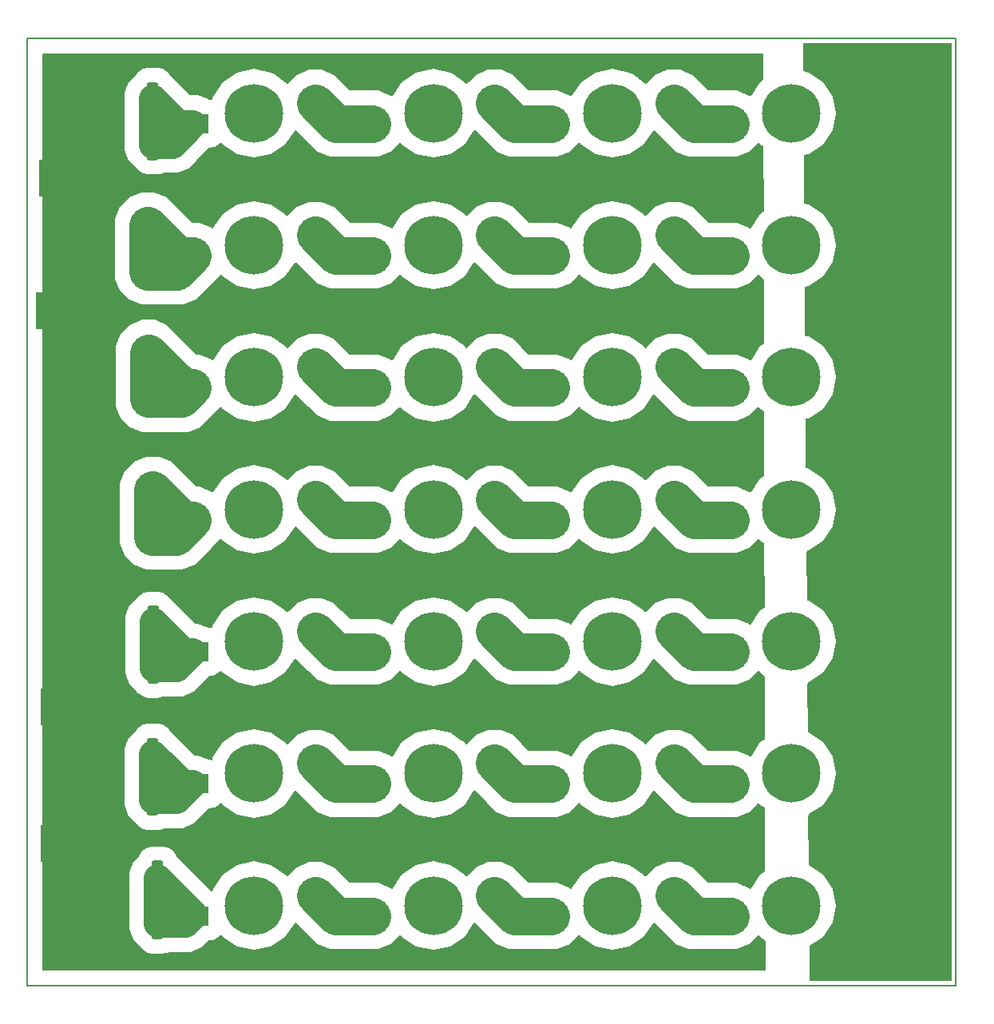
<source format=gbr>
%TF.GenerationSoftware,KiCad,Pcbnew,8.0.3*%
%TF.CreationDate,2024-07-01T01:52:39-03:00*%
%TF.ProjectId,led aqu_rio,6c656420-6171-475e-9172-696f2e6b6963,rev?*%
%TF.SameCoordinates,Original*%
%TF.FileFunction,Copper,L1,Top*%
%TF.FilePolarity,Positive*%
%FSLAX46Y46*%
G04 Gerber Fmt 4.6, Leading zero omitted, Abs format (unit mm)*
G04 Created by KiCad (PCBNEW 8.0.3) date 2024-07-01 01:52:39*
%MOMM*%
%LPD*%
G01*
G04 APERTURE LIST*
G04 Aperture macros list*
%AMRoundRect*
0 Rectangle with rounded corners*
0 $1 Rounding radius*
0 $2 $3 $4 $5 $6 $7 $8 $9 X,Y pos of 4 corners*
0 Add a 4 corners polygon primitive as box body*
4,1,4,$2,$3,$4,$5,$6,$7,$8,$9,$2,$3,0*
0 Add four circle primitives for the rounded corners*
1,1,$1+$1,$2,$3*
1,1,$1+$1,$4,$5*
1,1,$1+$1,$6,$7*
1,1,$1+$1,$8,$9*
0 Add four rect primitives between the rounded corners*
20,1,$1+$1,$2,$3,$4,$5,0*
20,1,$1+$1,$4,$5,$6,$7,0*
20,1,$1+$1,$6,$7,$8,$9,0*
20,1,$1+$1,$8,$9,$2,$3,0*%
G04 Aperture macros list end*
%TA.AperFunction,Conductor*%
%ADD10C,0.200000*%
%TD*%
%TA.AperFunction,SMDPad,CuDef*%
%ADD11RoundRect,0.250000X-0.362500X-1.425000X0.362500X-1.425000X0.362500X1.425000X-0.362500X1.425000X0*%
%TD*%
%TA.AperFunction,SMDPad,CuDef*%
%ADD12R,4.000000X4.000000*%
%TD*%
%TA.AperFunction,SMDPad,CuDef*%
%ADD13R,3.500000X2.100000*%
%TD*%
%TA.AperFunction,SMDPad,CuDef*%
%ADD14C,6.200000*%
%TD*%
%TA.AperFunction,Conductor*%
%ADD15C,4.000000*%
%TD*%
%TA.AperFunction,Conductor*%
%ADD16C,3.000000*%
%TD*%
G04 APERTURE END LIST*
%TO.N,+12V*%
D10*
X291160000Y-92140000D02*
X389620000Y-92140000D01*
X389620000Y-192610000D01*
X291160000Y-192610000D01*
X291160000Y-92140000D01*
%TD*%
D11*
%TO.P,R14,1*%
%TO.N,GND*%
X299037500Y-186000000D03*
%TO.P,R14,2*%
%TO.N,Net-(D25-K)*%
X304962500Y-186000000D03*
%TD*%
%TO.P,R13,1*%
%TO.N,GND*%
X299037500Y-181000000D03*
%TO.P,R13,2*%
%TO.N,Net-(D25-K)*%
X304962500Y-181000000D03*
%TD*%
%TO.P,R12,1*%
%TO.N,GND*%
X298537500Y-103390000D03*
%TO.P,R12,2*%
%TO.N,Net-(D4-K)*%
X304462500Y-103390000D03*
%TD*%
%TO.P,R11,1*%
%TO.N,GND*%
X298537500Y-98500000D03*
%TO.P,R11,2*%
%TO.N,Net-(D4-K)*%
X304462500Y-98500000D03*
%TD*%
%TO.P,R10,1*%
%TO.N,GND*%
X298000000Y-116890000D03*
%TO.P,R10,2*%
%TO.N,Net-(D5-K)*%
X303925000Y-116890000D03*
%TD*%
%TO.P,R9,1*%
%TO.N,GND*%
X298000000Y-112000000D03*
%TO.P,R9,2*%
%TO.N,Net-(D5-K)*%
X303925000Y-112000000D03*
%TD*%
%TO.P,R8,1*%
%TO.N,GND*%
X298075000Y-130390000D03*
%TO.P,R8,2*%
%TO.N,Net-(D9-K)*%
X304000000Y-130390000D03*
%TD*%
%TO.P,R7,1*%
%TO.N,GND*%
X298075000Y-125500000D03*
%TO.P,R7,2*%
%TO.N,Net-(D9-K)*%
X304000000Y-125500000D03*
%TD*%
%TO.P,R6,1*%
%TO.N,GND*%
X298537500Y-140000000D03*
%TO.P,R6,2*%
%TO.N,Net-(D13-K)*%
X304462500Y-140000000D03*
%TD*%
%TO.P,R5,1*%
%TO.N,GND*%
X298537500Y-145000000D03*
%TO.P,R5,2*%
%TO.N,Net-(D13-K)*%
X304462500Y-145000000D03*
%TD*%
%TO.P,R4,1*%
%TO.N,GND*%
X298575000Y-158890000D03*
%TO.P,R4,2*%
%TO.N,Net-(D17-K)*%
X304500000Y-158890000D03*
%TD*%
%TO.P,R3,1*%
%TO.N,GND*%
X298575000Y-154000000D03*
%TO.P,R3,2*%
%TO.N,Net-(D17-K)*%
X304500000Y-154000000D03*
%TD*%
%TO.P,R2,1*%
%TO.N,GND*%
X298537500Y-172890000D03*
%TO.P,R2,2*%
%TO.N,Net-(D21-K)*%
X304462500Y-172890000D03*
%TD*%
%TO.P,R1,1*%
%TO.N,GND*%
X298537500Y-168000000D03*
%TO.P,R1,2*%
%TO.N,Net-(D21-K)*%
X304462500Y-168000000D03*
%TD*%
D12*
%TO.P,J8,1,Pin_1*%
%TO.N,GND*%
X294370000Y-107000000D03*
%TD*%
D13*
%TO.P,D15,1,K*%
%TO.N,Net-(D14-A)*%
X346690000Y-143200000D03*
%TO.P,D15,2,A*%
%TO.N,Net-(D15-A)*%
X359690000Y-141000000D03*
D14*
%TO.P,D15,3*%
%TO.N,N/C*%
X353190000Y-142100000D03*
%TD*%
D13*
%TO.P,D6,1,K*%
%TO.N,Net-(D5-A)*%
X327690000Y-115200000D03*
%TO.P,D6,2,A*%
%TO.N,Net-(D6-A)*%
X340690000Y-113000000D03*
D14*
%TO.P,D6,3*%
%TO.N,N/C*%
X334190000Y-114100000D03*
%TD*%
D13*
%TO.P,D5,1,K*%
%TO.N,Net-(D5-K)*%
X308690000Y-115200000D03*
%TO.P,D5,2,A*%
%TO.N,Net-(D5-A)*%
X321690000Y-113000000D03*
D14*
%TO.P,D5,3*%
%TO.N,N/C*%
X315190000Y-114100000D03*
%TD*%
D13*
%TO.P,D12,1,K*%
%TO.N,Net-(D11-A)*%
X365690000Y-129200000D03*
%TO.P,D12,2,A*%
%TO.N,+12V*%
X378690000Y-127000000D03*
D14*
%TO.P,D12,3*%
%TO.N,N/C*%
X372190000Y-128100000D03*
%TD*%
D12*
%TO.P,J5,1,Pin_1*%
%TO.N,+12V*%
X385230000Y-108690000D03*
%TD*%
D13*
%TO.P,D16,1,K*%
%TO.N,Net-(D15-A)*%
X365690000Y-143200000D03*
%TO.P,D16,2,A*%
%TO.N,+12V*%
X378690000Y-141000000D03*
D14*
%TO.P,D16,3*%
%TO.N,N/C*%
X372190000Y-142100000D03*
%TD*%
D13*
%TO.P,D23,1,K*%
%TO.N,Net-(D22-A)*%
X346690000Y-171200000D03*
%TO.P,D23,2,A*%
%TO.N,Net-(D23-A)*%
X359690000Y-169000000D03*
D14*
%TO.P,D23,3*%
%TO.N,N/C*%
X353190000Y-170100000D03*
%TD*%
D13*
%TO.P,D3,1,K*%
%TO.N,Net-(D3-K)*%
X327690000Y-101200000D03*
%TO.P,D3,2,A*%
%TO.N,Net-(D2-K)*%
X340690000Y-99000000D03*
D14*
%TO.P,D3,3*%
%TO.N,N/C*%
X334190000Y-100100000D03*
%TD*%
D13*
%TO.P,D14,1,K*%
%TO.N,Net-(D13-A)*%
X327690000Y-143200000D03*
%TO.P,D14,2,A*%
%TO.N,Net-(D14-A)*%
X340690000Y-141000000D03*
D14*
%TO.P,D14,3*%
%TO.N,N/C*%
X334190000Y-142100000D03*
%TD*%
D13*
%TO.P,D10,1,K*%
%TO.N,Net-(D10-K)*%
X327690000Y-129200000D03*
%TO.P,D10,2,A*%
%TO.N,Net-(D10-A)*%
X340690000Y-127000000D03*
D14*
%TO.P,D10,3*%
%TO.N,N/C*%
X334190000Y-128100000D03*
%TD*%
D12*
%TO.P,J7,1,Pin_1*%
%TO.N,+12V*%
X385230000Y-102640000D03*
%TD*%
%TO.P,J2,1,Pin_1*%
%TO.N,+12V*%
X385410000Y-179110000D03*
%TD*%
D13*
%TO.P,D17,1,K*%
%TO.N,Net-(D17-K)*%
X308690000Y-157200000D03*
%TO.P,D17,2,A*%
%TO.N,Net-(D17-A)*%
X321690000Y-155000000D03*
D14*
%TO.P,D17,3*%
%TO.N,N/C*%
X315190000Y-156100000D03*
%TD*%
D12*
%TO.P,J3,1,Pin_1*%
%TO.N,+12V*%
X385350000Y-173120000D03*
%TD*%
D13*
%TO.P,D25,1,K*%
%TO.N,Net-(D25-K)*%
X308690000Y-185200000D03*
%TO.P,D25,2,A*%
%TO.N,Net-(D25-A)*%
X321690000Y-183000000D03*
D14*
%TO.P,D25,3*%
%TO.N,N/C*%
X315190000Y-184100000D03*
%TD*%
D13*
%TO.P,D2,1,K*%
%TO.N,Net-(D2-K)*%
X346690000Y-101200000D03*
%TO.P,D2,2,A*%
%TO.N,Net-(D1-K)*%
X359690000Y-99000000D03*
D14*
%TO.P,D2,3*%
%TO.N,N/C*%
X353190000Y-100100000D03*
%TD*%
D13*
%TO.P,D8,1,K*%
%TO.N,Net-(D7-A)*%
X365690000Y-115200000D03*
%TO.P,D8,2,A*%
%TO.N,+12V*%
X378690000Y-113000000D03*
D14*
%TO.P,D8,3*%
%TO.N,N/C*%
X372190000Y-114100000D03*
%TD*%
D12*
%TO.P,J4,1,Pin_1*%
%TO.N,GND*%
X294500000Y-177500000D03*
%TD*%
D13*
%TO.P,D18,1,K*%
%TO.N,Net-(D17-A)*%
X327690000Y-157200000D03*
%TO.P,D18,2,A*%
%TO.N,Net-(D18-A)*%
X340690000Y-155000000D03*
D14*
%TO.P,D18,3*%
%TO.N,N/C*%
X334190000Y-156100000D03*
%TD*%
D13*
%TO.P,D27,1,K*%
%TO.N,Net-(D26-A)*%
X346690000Y-185200000D03*
%TO.P,D27,2,A*%
%TO.N,Net-(D27-A)*%
X359690000Y-183000000D03*
D14*
%TO.P,D27,3*%
%TO.N,N/C*%
X353190000Y-184100000D03*
%TD*%
D13*
%TO.P,D19,1,K*%
%TO.N,Net-(D18-A)*%
X346690000Y-157200000D03*
%TO.P,D19,2,A*%
%TO.N,Net-(D19-A)*%
X359690000Y-155000000D03*
D14*
%TO.P,D19,3*%
%TO.N,N/C*%
X353190000Y-156100000D03*
%TD*%
D13*
%TO.P,D1,1,K*%
%TO.N,Net-(D1-K)*%
X365690000Y-101200000D03*
%TO.P,D1,2,A*%
%TO.N,+12V*%
X378690000Y-99000000D03*
D14*
%TO.P,D1,3*%
%TO.N,N/C*%
X372190000Y-100100000D03*
%TD*%
D13*
%TO.P,D9,1,K*%
%TO.N,Net-(D9-K)*%
X308690000Y-129200000D03*
%TO.P,D9,2,A*%
%TO.N,Net-(D10-K)*%
X321690000Y-127000000D03*
D14*
%TO.P,D9,3*%
%TO.N,N/C*%
X315190000Y-128100000D03*
%TD*%
D13*
%TO.P,D28,1,K*%
%TO.N,Net-(D27-A)*%
X365690000Y-185200000D03*
%TO.P,D28,2,A*%
%TO.N,+12V*%
X378690000Y-183000000D03*
D14*
%TO.P,D28,3*%
%TO.N,N/C*%
X372190000Y-184100000D03*
%TD*%
D13*
%TO.P,D7,1,K*%
%TO.N,Net-(D6-A)*%
X346690000Y-115200000D03*
%TO.P,D7,2,A*%
%TO.N,Net-(D7-A)*%
X359690000Y-113000000D03*
D14*
%TO.P,D7,3*%
%TO.N,N/C*%
X353190000Y-114100000D03*
%TD*%
D13*
%TO.P,D26,1,K*%
%TO.N,Net-(D25-A)*%
X327690000Y-185200000D03*
%TO.P,D26,2,A*%
%TO.N,Net-(D26-A)*%
X340690000Y-183000000D03*
D14*
%TO.P,D26,3*%
%TO.N,N/C*%
X334190000Y-184100000D03*
%TD*%
D13*
%TO.P,D22,1,K*%
%TO.N,Net-(D21-A)*%
X327690000Y-171200000D03*
%TO.P,D22,2,A*%
%TO.N,Net-(D22-A)*%
X340690000Y-169000000D03*
D14*
%TO.P,D22,3*%
%TO.N,N/C*%
X334190000Y-170100000D03*
%TD*%
D12*
%TO.P,J6,1,Pin_1*%
%TO.N,GND*%
X294500000Y-163000000D03*
%TD*%
D13*
%TO.P,D4,1,K*%
%TO.N,Net-(D4-K)*%
X308690000Y-101200000D03*
%TO.P,D4,2,A*%
%TO.N,Net-(D3-K)*%
X321690000Y-99000000D03*
D14*
%TO.P,D4,3*%
%TO.N,N/C*%
X315190000Y-100100000D03*
%TD*%
D13*
%TO.P,D21,1,K*%
%TO.N,Net-(D21-K)*%
X308690000Y-171200000D03*
%TO.P,D21,2,A*%
%TO.N,Net-(D21-A)*%
X321690000Y-169000000D03*
D14*
%TO.P,D21,3*%
%TO.N,N/C*%
X315190000Y-170100000D03*
%TD*%
D12*
%TO.P,J1,1,Pin_1*%
%TO.N,GND*%
X294000000Y-121000000D03*
%TD*%
D13*
%TO.P,D13,1,K*%
%TO.N,Net-(D13-K)*%
X308690000Y-143200000D03*
%TO.P,D13,2,A*%
%TO.N,Net-(D13-A)*%
X321690000Y-141000000D03*
D14*
%TO.P,D13,3*%
%TO.N,N/C*%
X315190000Y-142100000D03*
%TD*%
D13*
%TO.P,D20,1,K*%
%TO.N,Net-(D19-A)*%
X365690000Y-157200000D03*
%TO.P,D20,2,A*%
%TO.N,+12V*%
X378690000Y-155000000D03*
D14*
%TO.P,D20,3*%
%TO.N,N/C*%
X372190000Y-156100000D03*
%TD*%
D13*
%TO.P,D11,1,K*%
%TO.N,Net-(D10-A)*%
X346690000Y-129200000D03*
%TO.P,D11,2,A*%
%TO.N,Net-(D11-A)*%
X359690000Y-127000000D03*
D14*
%TO.P,D11,3*%
%TO.N,N/C*%
X353190000Y-128100000D03*
%TD*%
D13*
%TO.P,D24,1,K*%
%TO.N,Net-(D23-A)*%
X365690000Y-171200000D03*
%TO.P,D24,2,A*%
%TO.N,+12V*%
X378690000Y-169000000D03*
D14*
%TO.P,D24,3*%
%TO.N,N/C*%
X372190000Y-170100000D03*
%TD*%
D15*
%TO.N,Net-(D5-K)*%
X307000000Y-116890000D02*
X308690000Y-115200000D01*
X303925000Y-116890000D02*
X307000000Y-116890000D01*
X303925000Y-116890000D02*
X303925000Y-112000000D01*
X308690000Y-115200000D02*
X307125000Y-115200000D01*
X307125000Y-115200000D02*
X303925000Y-112000000D01*
%TO.N,Net-(D9-K)*%
X307500000Y-130390000D02*
X308690000Y-129200000D01*
X304000000Y-130390000D02*
X307500000Y-130390000D01*
X304000000Y-130390000D02*
X304000000Y-125500000D01*
X307700000Y-129200000D02*
X304000000Y-125500000D01*
X308690000Y-129200000D02*
X307700000Y-129200000D01*
%TO.N,Net-(D13-K)*%
X304462500Y-145000000D02*
X306890000Y-145000000D01*
X306890000Y-145000000D02*
X308690000Y-143200000D01*
X304462500Y-145000000D02*
X304462500Y-140000000D01*
X307662500Y-143200000D02*
X304462500Y-140000000D01*
X308690000Y-143200000D02*
X307662500Y-143200000D01*
D16*
%TO.N,Net-(D17-K)*%
X307000000Y-158890000D02*
X308690000Y-157200000D01*
X304500000Y-158890000D02*
X307000000Y-158890000D01*
X304500000Y-158890000D02*
X304500000Y-154000000D01*
X307700000Y-157200000D02*
X304500000Y-154000000D01*
X308690000Y-157200000D02*
X307700000Y-157200000D01*
%TO.N,Net-(D21-K)*%
X307000000Y-172890000D02*
X308690000Y-171200000D01*
X304462500Y-172890000D02*
X307000000Y-172890000D01*
X304462500Y-172890000D02*
X304462500Y-168000000D01*
X307662500Y-171200000D02*
X304462500Y-168000000D01*
X308690000Y-171200000D02*
X307662500Y-171200000D01*
%TO.N,Net-(D25-K)*%
X307890000Y-186000000D02*
X308690000Y-185200000D01*
X304962500Y-186000000D02*
X307890000Y-186000000D01*
X304962500Y-186000000D02*
X304962500Y-181123000D01*
X308690000Y-185200000D02*
X308690000Y-184850500D01*
X308690000Y-184850500D02*
X304962500Y-181123000D01*
%TO.N,Net-(D4-K)*%
X304462500Y-103390000D02*
X304462500Y-98500000D01*
X306500000Y-103390000D02*
X308690000Y-101200000D01*
X304462500Y-103390000D02*
X306500000Y-103390000D01*
X308690000Y-101200000D02*
X307162500Y-101200000D01*
X307162500Y-101200000D02*
X304462500Y-98500000D01*
D15*
%TO.N,Net-(D1-K)*%
X365690000Y-101200000D02*
X361890000Y-101200000D01*
X361890000Y-101200000D02*
X359690000Y-99000000D01*
%TO.N,Net-(D2-K)*%
X346690000Y-101200000D02*
X342890000Y-101200000D01*
X342890000Y-101200000D02*
X340690000Y-99000000D01*
%TO.N,Net-(D5-A)*%
X323890000Y-115200000D02*
X321690000Y-113000000D01*
X327690000Y-115200000D02*
X323890000Y-115200000D01*
%TO.N,Net-(D7-A)*%
X365690000Y-115200000D02*
X361890000Y-115200000D01*
X361890000Y-115200000D02*
X359690000Y-113000000D01*
%TO.N,Net-(D10-A)*%
X342890000Y-129200000D02*
X340690000Y-127000000D01*
X346690000Y-129200000D02*
X342890000Y-129200000D01*
%TO.N,Net-(D11-A)*%
X361890000Y-129200000D02*
X359690000Y-127000000D01*
X365690000Y-129200000D02*
X361890000Y-129200000D01*
%TO.N,Net-(D13-A)*%
X327690000Y-143200000D02*
X323890000Y-143200000D01*
X323890000Y-143200000D02*
X321690000Y-141000000D01*
%TO.N,Net-(D14-A)*%
X346690000Y-143200000D02*
X342890000Y-143200000D01*
X342890000Y-143200000D02*
X340690000Y-141000000D01*
%TO.N,Net-(D6-A)*%
X346690000Y-115200000D02*
X342890000Y-115200000D01*
X342890000Y-115200000D02*
X340690000Y-113000000D01*
%TO.N,Net-(D17-A)*%
X323890000Y-157200000D02*
X321690000Y-155000000D01*
X327690000Y-157200000D02*
X323890000Y-157200000D01*
%TO.N,Net-(D19-A)*%
X365690000Y-157200000D02*
X361890000Y-157200000D01*
X361890000Y-157200000D02*
X359690000Y-155000000D01*
%TO.N,Net-(D22-A)*%
X342890000Y-171200000D02*
X340690000Y-169000000D01*
X346690000Y-171200000D02*
X342890000Y-171200000D01*
%TO.N,Net-(D23-A)*%
X361890000Y-171200000D02*
X359690000Y-169000000D01*
X365690000Y-171200000D02*
X361890000Y-171200000D01*
%TO.N,Net-(D3-K)*%
X323890000Y-101200000D02*
X321690000Y-99000000D01*
X327690000Y-101200000D02*
X323890000Y-101200000D01*
%TO.N,Net-(D10-K)*%
X323890000Y-129200000D02*
X321690000Y-127000000D01*
X327690000Y-129200000D02*
X323890000Y-129200000D01*
%TO.N,Net-(D15-A)*%
X361890000Y-143200000D02*
X359690000Y-141000000D01*
X365690000Y-143200000D02*
X361890000Y-143200000D01*
%TO.N,Net-(D18-A)*%
X342890000Y-157200000D02*
X340690000Y-155000000D01*
X346690000Y-157200000D02*
X342890000Y-157200000D01*
%TO.N,Net-(D21-A)*%
X323890000Y-171200000D02*
X321690000Y-169000000D01*
X327690000Y-171200000D02*
X323890000Y-171200000D01*
%TO.N,Net-(D25-A)*%
X327690000Y-185200000D02*
X323890000Y-185200000D01*
X323890000Y-185200000D02*
X321690000Y-183000000D01*
%TO.N,Net-(D26-A)*%
X342890000Y-185200000D02*
X340690000Y-183000000D01*
X346690000Y-185200000D02*
X342890000Y-185200000D01*
%TO.N,Net-(D27-A)*%
X361890000Y-185200000D02*
X359690000Y-183000000D01*
X365690000Y-185200000D02*
X361890000Y-185200000D01*
%TD*%
%TA.AperFunction,Conductor*%
%TO.N,GND*%
G36*
X369170449Y-93776819D02*
G01*
X369206767Y-93864237D01*
X369210772Y-95766422D01*
X369212296Y-96490122D01*
X369176162Y-96577879D01*
X369157187Y-96593485D01*
X368873226Y-96783221D01*
X368873223Y-96783224D01*
X367895908Y-98245880D01*
X367816997Y-98298606D01*
X367723915Y-98280091D01*
X367705125Y-98264670D01*
X367672874Y-98232419D01*
X366386294Y-97699500D01*
X366386293Y-97699500D01*
X363391317Y-97699500D01*
X363303636Y-97663181D01*
X362556911Y-96916456D01*
X362541490Y-96897666D01*
X362521801Y-96868199D01*
X362521798Y-96868196D01*
X362492332Y-96848508D01*
X362473542Y-96833087D01*
X361672874Y-96032419D01*
X360386294Y-95499500D01*
X360386293Y-95499500D01*
X358993707Y-95499500D01*
X358993705Y-95499500D01*
X357707125Y-96032419D01*
X357707124Y-96032420D01*
X356906454Y-96833089D01*
X356887665Y-96848509D01*
X356858199Y-96868197D01*
X356838510Y-96897664D01*
X356823092Y-96916451D01*
X356793679Y-96945865D01*
X356705998Y-96982185D01*
X356618316Y-96945868D01*
X356602894Y-96927075D01*
X356506776Y-96783224D01*
X355362416Y-96018588D01*
X354985026Y-95766424D01*
X354985025Y-95766423D01*
X354985024Y-95766423D01*
X354985023Y-95766422D01*
X353190002Y-95409371D01*
X353189998Y-95409371D01*
X351394976Y-95766422D01*
X351394975Y-95766423D01*
X349873224Y-96783224D01*
X348895908Y-98245880D01*
X348816997Y-98298606D01*
X348723915Y-98280091D01*
X348705125Y-98264670D01*
X348672874Y-98232419D01*
X347386294Y-97699500D01*
X347386293Y-97699500D01*
X344391317Y-97699500D01*
X344303636Y-97663181D01*
X343556911Y-96916456D01*
X343541490Y-96897666D01*
X343521801Y-96868199D01*
X343521798Y-96868196D01*
X343492332Y-96848508D01*
X343473542Y-96833087D01*
X342672874Y-96032419D01*
X341386294Y-95499500D01*
X341386293Y-95499500D01*
X339993707Y-95499500D01*
X339993705Y-95499500D01*
X338707125Y-96032419D01*
X338707124Y-96032420D01*
X337906454Y-96833089D01*
X337887665Y-96848509D01*
X337858199Y-96868197D01*
X337838510Y-96897664D01*
X337823092Y-96916451D01*
X337793679Y-96945865D01*
X337705998Y-96982185D01*
X337618316Y-96945868D01*
X337602894Y-96927075D01*
X337506776Y-96783224D01*
X336362416Y-96018588D01*
X335985026Y-95766424D01*
X335985025Y-95766423D01*
X335985024Y-95766423D01*
X335985023Y-95766422D01*
X334190002Y-95409371D01*
X334189998Y-95409371D01*
X332394976Y-95766422D01*
X332394975Y-95766423D01*
X330873224Y-96783224D01*
X329895908Y-98245880D01*
X329816997Y-98298606D01*
X329723915Y-98280091D01*
X329705125Y-98264670D01*
X329672874Y-98232419D01*
X328386294Y-97699500D01*
X328386293Y-97699500D01*
X325391317Y-97699500D01*
X325303636Y-97663181D01*
X324556911Y-96916456D01*
X324541490Y-96897666D01*
X324521801Y-96868199D01*
X324521798Y-96868196D01*
X324492332Y-96848508D01*
X324473542Y-96833087D01*
X323672874Y-96032419D01*
X322386294Y-95499500D01*
X322386293Y-95499500D01*
X320993707Y-95499500D01*
X320993705Y-95499500D01*
X319707125Y-96032419D01*
X319707124Y-96032420D01*
X318906454Y-96833089D01*
X318887665Y-96848509D01*
X318858199Y-96868197D01*
X318838510Y-96897664D01*
X318823092Y-96916451D01*
X318793679Y-96945865D01*
X318705998Y-96982185D01*
X318618316Y-96945868D01*
X318602894Y-96927075D01*
X318506776Y-96783224D01*
X317362416Y-96018588D01*
X316985026Y-95766424D01*
X316985025Y-95766423D01*
X316985024Y-95766423D01*
X316985023Y-95766422D01*
X315190002Y-95409371D01*
X315189998Y-95409371D01*
X313394976Y-95766422D01*
X313394975Y-95766423D01*
X311873224Y-96783224D01*
X310856424Y-98304974D01*
X310856422Y-98304978D01*
X310804468Y-98566170D01*
X310751742Y-98645081D01*
X310658661Y-98663597D01*
X310620845Y-98656075D01*
X310587789Y-98649500D01*
X310587788Y-98649500D01*
X310397900Y-98649500D01*
X310350447Y-98640061D01*
X309286838Y-98199500D01*
X309286837Y-98199500D01*
X308456710Y-98199500D01*
X308369029Y-98163181D01*
X307023642Y-96817795D01*
X307023642Y-96817794D01*
X306233072Y-96027224D01*
X306217651Y-96008434D01*
X306087040Y-95812960D01*
X305508011Y-95426065D01*
X305508010Y-95426064D01*
X305508009Y-95426064D01*
X305508008Y-95426063D01*
X304997412Y-95324500D01*
X304997408Y-95324500D01*
X303927592Y-95324500D01*
X303927587Y-95324500D01*
X303416991Y-95426063D01*
X303416990Y-95426064D01*
X302837960Y-95812959D01*
X302837957Y-95812962D01*
X302707347Y-96008434D01*
X302691926Y-96027224D01*
X301918800Y-96800351D01*
X301918799Y-96800352D01*
X301462000Y-97903161D01*
X301462000Y-103986838D01*
X301918799Y-105089647D01*
X302691926Y-105862774D01*
X302707347Y-105881564D01*
X302837960Y-106077040D01*
X303416989Y-106463935D01*
X303416990Y-106463935D01*
X303416991Y-106463936D01*
X303927587Y-106565499D01*
X303927591Y-106565500D01*
X303927592Y-106565500D01*
X304997409Y-106565500D01*
X304997410Y-106565499D01*
X305169134Y-106531341D01*
X305508008Y-106463936D01*
X305508008Y-106463935D01*
X305508011Y-106463935D01*
X305586638Y-106411397D01*
X305655529Y-106390500D01*
X307096835Y-106390500D01*
X307096836Y-106390500D01*
X307096837Y-106390500D01*
X308199647Y-105933701D01*
X309043701Y-105089647D01*
X309043701Y-105089646D01*
X309061139Y-105072208D01*
X309061140Y-105072205D01*
X310346529Y-103786818D01*
X310434210Y-103750499D01*
X310587789Y-103750499D01*
X310587790Y-103750498D01*
X310743508Y-103719525D01*
X311025463Y-103663442D01*
X311025463Y-103663441D01*
X311025466Y-103663441D01*
X311521801Y-103331801D01*
X311566022Y-103265620D01*
X311644931Y-103212894D01*
X311738013Y-103231409D01*
X311772224Y-103265619D01*
X311873224Y-103416776D01*
X313394974Y-104433576D01*
X313394975Y-104433576D01*
X313394976Y-104433577D01*
X315189998Y-104790629D01*
X315190000Y-104790629D01*
X315190002Y-104790629D01*
X316985023Y-104433577D01*
X316985023Y-104433576D01*
X316985026Y-104433576D01*
X318506776Y-103416776D01*
X319484091Y-101954118D01*
X319563002Y-101901393D01*
X319656084Y-101919908D01*
X319674874Y-101935329D01*
X320922419Y-103182874D01*
X321907126Y-104167581D01*
X323193707Y-104700500D01*
X323193709Y-104700500D01*
X328386291Y-104700500D01*
X328386293Y-104700500D01*
X329672874Y-104167581D01*
X330473547Y-103366906D01*
X330492328Y-103351493D01*
X330521801Y-103331801D01*
X330541488Y-103302335D01*
X330556908Y-103283546D01*
X330586321Y-103254133D01*
X330674002Y-103217814D01*
X330761683Y-103254133D01*
X330777104Y-103272923D01*
X330823127Y-103341801D01*
X330873224Y-103416776D01*
X332394974Y-104433576D01*
X332394975Y-104433576D01*
X332394976Y-104433577D01*
X334189998Y-104790629D01*
X334190000Y-104790629D01*
X334190002Y-104790629D01*
X335985023Y-104433577D01*
X335985023Y-104433576D01*
X335985026Y-104433576D01*
X337506776Y-103416776D01*
X338484091Y-101954118D01*
X338563002Y-101901393D01*
X338656084Y-101919908D01*
X338674874Y-101935329D01*
X340907126Y-104167581D01*
X342193707Y-104700500D01*
X342193709Y-104700500D01*
X347386291Y-104700500D01*
X347386293Y-104700500D01*
X348672874Y-104167581D01*
X349473547Y-103366906D01*
X349492328Y-103351493D01*
X349521801Y-103331801D01*
X349541488Y-103302335D01*
X349556908Y-103283546D01*
X349586321Y-103254133D01*
X349674002Y-103217814D01*
X349761683Y-103254133D01*
X349777104Y-103272923D01*
X349823127Y-103341801D01*
X349873224Y-103416776D01*
X351394974Y-104433576D01*
X351394975Y-104433576D01*
X351394976Y-104433577D01*
X353189998Y-104790629D01*
X353190000Y-104790629D01*
X353190002Y-104790629D01*
X354985023Y-104433577D01*
X354985023Y-104433576D01*
X354985026Y-104433576D01*
X356506776Y-103416776D01*
X357484091Y-101954118D01*
X357563002Y-101901393D01*
X357656084Y-101919908D01*
X357674874Y-101935329D01*
X359907126Y-104167581D01*
X361193707Y-104700500D01*
X361193709Y-104700500D01*
X366386291Y-104700500D01*
X366386293Y-104700500D01*
X367672874Y-104167581D01*
X368473547Y-103366906D01*
X368492328Y-103351493D01*
X368521801Y-103331801D01*
X368541488Y-103302335D01*
X368556908Y-103283546D01*
X368586321Y-103254133D01*
X368674002Y-103217814D01*
X368761683Y-103254133D01*
X368777104Y-103272923D01*
X368823127Y-103341801D01*
X368873224Y-103416776D01*
X369172408Y-103616684D01*
X369225134Y-103695595D01*
X369227517Y-103719525D01*
X369241731Y-110470455D01*
X369205597Y-110558212D01*
X369186622Y-110573818D01*
X368873224Y-110783224D01*
X367895908Y-112245880D01*
X367816997Y-112298606D01*
X367723915Y-112280091D01*
X367705125Y-112264670D01*
X367672874Y-112232419D01*
X366386294Y-111699500D01*
X366386293Y-111699500D01*
X363391317Y-111699500D01*
X363303636Y-111663181D01*
X362556911Y-110916456D01*
X362541490Y-110897666D01*
X362521801Y-110868199D01*
X362521798Y-110868196D01*
X362492332Y-110848508D01*
X362473542Y-110833087D01*
X361672874Y-110032419D01*
X360386294Y-109499500D01*
X360386293Y-109499500D01*
X358993707Y-109499500D01*
X358993705Y-109499500D01*
X357707125Y-110032419D01*
X357707124Y-110032420D01*
X356906454Y-110833089D01*
X356887665Y-110848509D01*
X356858199Y-110868197D01*
X356838510Y-110897664D01*
X356823092Y-110916451D01*
X356793679Y-110945865D01*
X356705998Y-110982185D01*
X356618316Y-110945868D01*
X356602894Y-110927075D01*
X356506776Y-110783224D01*
X354985026Y-109766424D01*
X354985025Y-109766423D01*
X354985024Y-109766423D01*
X354985023Y-109766422D01*
X353190002Y-109409371D01*
X353189998Y-109409371D01*
X351394976Y-109766422D01*
X351394975Y-109766423D01*
X349873224Y-110783224D01*
X348895908Y-112245880D01*
X348816997Y-112298606D01*
X348723915Y-112280091D01*
X348705125Y-112264670D01*
X348672874Y-112232419D01*
X347386294Y-111699500D01*
X347386293Y-111699500D01*
X344391317Y-111699500D01*
X344303636Y-111663181D01*
X343556911Y-110916456D01*
X343541490Y-110897666D01*
X343521801Y-110868199D01*
X343521798Y-110868196D01*
X343492332Y-110848508D01*
X343473542Y-110833087D01*
X342672874Y-110032419D01*
X341386294Y-109499500D01*
X341386293Y-109499500D01*
X339993707Y-109499500D01*
X339993705Y-109499500D01*
X338707125Y-110032419D01*
X338707124Y-110032420D01*
X337906454Y-110833089D01*
X337887665Y-110848509D01*
X337858199Y-110868197D01*
X337838510Y-110897664D01*
X337823092Y-110916451D01*
X337793679Y-110945865D01*
X337705998Y-110982185D01*
X337618316Y-110945868D01*
X337602894Y-110927075D01*
X337506776Y-110783224D01*
X335985026Y-109766424D01*
X335985025Y-109766423D01*
X335985024Y-109766423D01*
X335985023Y-109766422D01*
X334190002Y-109409371D01*
X334189998Y-109409371D01*
X332394976Y-109766422D01*
X332394975Y-109766423D01*
X330873224Y-110783224D01*
X329895908Y-112245880D01*
X329816997Y-112298606D01*
X329723915Y-112280091D01*
X329705125Y-112264670D01*
X329672874Y-112232419D01*
X328386294Y-111699500D01*
X328386293Y-111699500D01*
X325391317Y-111699500D01*
X325303636Y-111663181D01*
X324556911Y-110916456D01*
X324541490Y-110897666D01*
X324521801Y-110868199D01*
X324521798Y-110868196D01*
X324492332Y-110848508D01*
X324473542Y-110833087D01*
X323672874Y-110032419D01*
X322386294Y-109499500D01*
X322386293Y-109499500D01*
X320993707Y-109499500D01*
X320993705Y-109499500D01*
X319707125Y-110032419D01*
X319707124Y-110032420D01*
X318906454Y-110833089D01*
X318887665Y-110848509D01*
X318858199Y-110868197D01*
X318838510Y-110897664D01*
X318823092Y-110916451D01*
X318793679Y-110945865D01*
X318705998Y-110982185D01*
X318618316Y-110945868D01*
X318602894Y-110927075D01*
X318506776Y-110783224D01*
X316985026Y-109766424D01*
X316985025Y-109766423D01*
X316985024Y-109766423D01*
X316985023Y-109766422D01*
X315190002Y-109409371D01*
X315189998Y-109409371D01*
X313394976Y-109766422D01*
X313394975Y-109766423D01*
X311873224Y-110783224D01*
X310895908Y-112245880D01*
X310816997Y-112298606D01*
X310723915Y-112280091D01*
X310705125Y-112264670D01*
X310672874Y-112232419D01*
X309386294Y-111699500D01*
X309386293Y-111699500D01*
X308626317Y-111699500D01*
X308538636Y-111663181D01*
X305907874Y-109032419D01*
X304621294Y-108499500D01*
X304621293Y-108499500D01*
X303228707Y-108499500D01*
X303228705Y-108499500D01*
X301942125Y-109032419D01*
X300957419Y-110017125D01*
X300424500Y-111303705D01*
X300424500Y-117586294D01*
X300477944Y-117715318D01*
X300957419Y-118872874D01*
X301942126Y-119857581D01*
X303228707Y-120390500D01*
X303228709Y-120390500D01*
X307696291Y-120390500D01*
X307696293Y-120390500D01*
X308982874Y-119857581D01*
X311473547Y-117366906D01*
X311492328Y-117351493D01*
X311521801Y-117331801D01*
X311541488Y-117302335D01*
X311556908Y-117283546D01*
X311586321Y-117254133D01*
X311674002Y-117217814D01*
X311761683Y-117254133D01*
X311777104Y-117272923D01*
X311823127Y-117341801D01*
X311873224Y-117416776D01*
X313394974Y-118433576D01*
X313394975Y-118433576D01*
X313394976Y-118433577D01*
X315189998Y-118790629D01*
X315190000Y-118790629D01*
X315190002Y-118790629D01*
X316985023Y-118433577D01*
X316985023Y-118433576D01*
X316985026Y-118433576D01*
X318506776Y-117416776D01*
X319484091Y-115954118D01*
X319563002Y-115901393D01*
X319656084Y-115919908D01*
X319674874Y-115935329D01*
X320922419Y-117182874D01*
X321907126Y-118167581D01*
X323193707Y-118700500D01*
X323193709Y-118700500D01*
X328386291Y-118700500D01*
X328386293Y-118700500D01*
X329672874Y-118167581D01*
X330473547Y-117366906D01*
X330492328Y-117351493D01*
X330521801Y-117331801D01*
X330541488Y-117302335D01*
X330556908Y-117283546D01*
X330586321Y-117254133D01*
X330674002Y-117217814D01*
X330761683Y-117254133D01*
X330777104Y-117272923D01*
X330823127Y-117341801D01*
X330873224Y-117416776D01*
X332394974Y-118433576D01*
X332394975Y-118433576D01*
X332394976Y-118433577D01*
X334189998Y-118790629D01*
X334190000Y-118790629D01*
X334190002Y-118790629D01*
X335985023Y-118433577D01*
X335985023Y-118433576D01*
X335985026Y-118433576D01*
X337506776Y-117416776D01*
X338484091Y-115954118D01*
X338563002Y-115901393D01*
X338656084Y-115919908D01*
X338674874Y-115935329D01*
X340907126Y-118167581D01*
X342193707Y-118700500D01*
X342193709Y-118700500D01*
X347386291Y-118700500D01*
X347386293Y-118700500D01*
X348672874Y-118167581D01*
X349473547Y-117366906D01*
X349492328Y-117351493D01*
X349521801Y-117331801D01*
X349541488Y-117302335D01*
X349556908Y-117283546D01*
X349586321Y-117254133D01*
X349674002Y-117217814D01*
X349761683Y-117254133D01*
X349777104Y-117272923D01*
X349823127Y-117341801D01*
X349873224Y-117416776D01*
X351394974Y-118433576D01*
X351394975Y-118433576D01*
X351394976Y-118433577D01*
X353189998Y-118790629D01*
X353190000Y-118790629D01*
X353190002Y-118790629D01*
X354985023Y-118433577D01*
X354985023Y-118433576D01*
X354985026Y-118433576D01*
X356506776Y-117416776D01*
X357484091Y-115954118D01*
X357563002Y-115901393D01*
X357656084Y-115919908D01*
X357674874Y-115935329D01*
X359907126Y-118167581D01*
X361193707Y-118700500D01*
X361193709Y-118700500D01*
X366386291Y-118700500D01*
X366386293Y-118700500D01*
X367672874Y-118167581D01*
X368473547Y-117366906D01*
X368492328Y-117351493D01*
X368521801Y-117331801D01*
X368541488Y-117302335D01*
X368556908Y-117283546D01*
X368586321Y-117254133D01*
X368674002Y-117217814D01*
X368761683Y-117254133D01*
X368777104Y-117272923D01*
X368823127Y-117341801D01*
X368873224Y-117416776D01*
X369201926Y-117636407D01*
X369254652Y-117715318D01*
X369257035Y-117739248D01*
X369271166Y-124450787D01*
X369235032Y-124538544D01*
X369216057Y-124554150D01*
X368873224Y-124783224D01*
X367895908Y-126245880D01*
X367816997Y-126298606D01*
X367723915Y-126280091D01*
X367705125Y-126264670D01*
X367672874Y-126232419D01*
X366386294Y-125699500D01*
X366386293Y-125699500D01*
X363391317Y-125699500D01*
X363303636Y-125663181D01*
X362556911Y-124916456D01*
X362541490Y-124897666D01*
X362521801Y-124868199D01*
X362521798Y-124868196D01*
X362492332Y-124848508D01*
X362473542Y-124833087D01*
X361672874Y-124032419D01*
X360386294Y-123499500D01*
X360386293Y-123499500D01*
X358993707Y-123499500D01*
X358993705Y-123499500D01*
X357707125Y-124032419D01*
X357707124Y-124032420D01*
X356906454Y-124833089D01*
X356887665Y-124848509D01*
X356858199Y-124868197D01*
X356838510Y-124897664D01*
X356823092Y-124916451D01*
X356793679Y-124945865D01*
X356705998Y-124982185D01*
X356618316Y-124945868D01*
X356602894Y-124927075D01*
X356506776Y-124783224D01*
X355383116Y-124032419D01*
X354985026Y-123766424D01*
X354985025Y-123766423D01*
X354985024Y-123766423D01*
X354985023Y-123766422D01*
X353190002Y-123409371D01*
X353189998Y-123409371D01*
X351394976Y-123766422D01*
X351394975Y-123766423D01*
X349873224Y-124783224D01*
X348895908Y-126245880D01*
X348816997Y-126298606D01*
X348723915Y-126280091D01*
X348705125Y-126264670D01*
X348672874Y-126232419D01*
X347386294Y-125699500D01*
X347386293Y-125699500D01*
X344391317Y-125699500D01*
X344303636Y-125663181D01*
X343556911Y-124916456D01*
X343541490Y-124897666D01*
X343521801Y-124868199D01*
X343521798Y-124868196D01*
X343492332Y-124848508D01*
X343473542Y-124833087D01*
X342672874Y-124032419D01*
X341386294Y-123499500D01*
X341386293Y-123499500D01*
X339993707Y-123499500D01*
X339993705Y-123499500D01*
X338707125Y-124032419D01*
X338707124Y-124032420D01*
X337906454Y-124833089D01*
X337887665Y-124848509D01*
X337858199Y-124868197D01*
X337838510Y-124897664D01*
X337823092Y-124916451D01*
X337793679Y-124945865D01*
X337705998Y-124982185D01*
X337618316Y-124945868D01*
X337602894Y-124927075D01*
X337506776Y-124783224D01*
X336383116Y-124032419D01*
X335985026Y-123766424D01*
X335985025Y-123766423D01*
X335985024Y-123766423D01*
X335985023Y-123766422D01*
X334190002Y-123409371D01*
X334189998Y-123409371D01*
X332394976Y-123766422D01*
X332394975Y-123766423D01*
X330873224Y-124783224D01*
X329895908Y-126245880D01*
X329816997Y-126298606D01*
X329723915Y-126280091D01*
X329705125Y-126264670D01*
X329672874Y-126232419D01*
X328386294Y-125699500D01*
X328386293Y-125699500D01*
X325391317Y-125699500D01*
X325303636Y-125663181D01*
X324556911Y-124916456D01*
X324541490Y-124897666D01*
X324521801Y-124868199D01*
X324521798Y-124868196D01*
X324492332Y-124848508D01*
X324473542Y-124833087D01*
X323672874Y-124032419D01*
X322386294Y-123499500D01*
X322386293Y-123499500D01*
X320993707Y-123499500D01*
X320993705Y-123499500D01*
X319707125Y-124032419D01*
X319707124Y-124032420D01*
X318906454Y-124833089D01*
X318887665Y-124848509D01*
X318858199Y-124868197D01*
X318838510Y-124897664D01*
X318823092Y-124916451D01*
X318793679Y-124945865D01*
X318705998Y-124982185D01*
X318618316Y-124945868D01*
X318602894Y-124927075D01*
X318506776Y-124783224D01*
X317383116Y-124032419D01*
X316985026Y-123766424D01*
X316985025Y-123766423D01*
X316985024Y-123766423D01*
X316985023Y-123766422D01*
X315190002Y-123409371D01*
X315189998Y-123409371D01*
X313394976Y-123766422D01*
X313394975Y-123766423D01*
X311873224Y-124783224D01*
X310895908Y-126245880D01*
X310816997Y-126298606D01*
X310723915Y-126280091D01*
X310705125Y-126264670D01*
X310672874Y-126232419D01*
X309386294Y-125699500D01*
X309386293Y-125699500D01*
X309201317Y-125699500D01*
X309113636Y-125663181D01*
X305982874Y-122532419D01*
X304696294Y-121999500D01*
X304696293Y-121999500D01*
X303303707Y-121999500D01*
X303303705Y-121999500D01*
X302017125Y-122532419D01*
X301032419Y-123517125D01*
X300499500Y-124803705D01*
X300499500Y-131086294D01*
X300636390Y-131416775D01*
X301032419Y-132372874D01*
X302017126Y-133357581D01*
X303303707Y-133890500D01*
X303303709Y-133890500D01*
X308196291Y-133890500D01*
X308196293Y-133890500D01*
X309482874Y-133357581D01*
X311473547Y-131366906D01*
X311492328Y-131351493D01*
X311521801Y-131331801D01*
X311541488Y-131302335D01*
X311556908Y-131283546D01*
X311586321Y-131254133D01*
X311674002Y-131217814D01*
X311761683Y-131254133D01*
X311777104Y-131272923D01*
X311823127Y-131341801D01*
X311873224Y-131416776D01*
X313394974Y-132433576D01*
X313394975Y-132433576D01*
X313394976Y-132433577D01*
X315189998Y-132790629D01*
X315190000Y-132790629D01*
X315190002Y-132790629D01*
X316985023Y-132433577D01*
X316985023Y-132433576D01*
X316985026Y-132433576D01*
X318506776Y-131416776D01*
X319484091Y-129954118D01*
X319563002Y-129901393D01*
X319656084Y-129919908D01*
X319674874Y-129935329D01*
X320922419Y-131182874D01*
X321907126Y-132167581D01*
X323193707Y-132700500D01*
X323193709Y-132700500D01*
X328386291Y-132700500D01*
X328386293Y-132700500D01*
X329672874Y-132167581D01*
X330473547Y-131366906D01*
X330492328Y-131351493D01*
X330521801Y-131331801D01*
X330541488Y-131302335D01*
X330556908Y-131283546D01*
X330586321Y-131254133D01*
X330674002Y-131217814D01*
X330761683Y-131254133D01*
X330777104Y-131272923D01*
X330823127Y-131341801D01*
X330873224Y-131416776D01*
X332394974Y-132433576D01*
X332394975Y-132433576D01*
X332394976Y-132433577D01*
X334189998Y-132790629D01*
X334190000Y-132790629D01*
X334190002Y-132790629D01*
X335985023Y-132433577D01*
X335985023Y-132433576D01*
X335985026Y-132433576D01*
X337506776Y-131416776D01*
X338484091Y-129954118D01*
X338563002Y-129901393D01*
X338656084Y-129919908D01*
X338674874Y-129935329D01*
X339922419Y-131182874D01*
X340907126Y-132167581D01*
X342193707Y-132700500D01*
X342193709Y-132700500D01*
X347386291Y-132700500D01*
X347386293Y-132700500D01*
X348672874Y-132167581D01*
X349473547Y-131366906D01*
X349492328Y-131351493D01*
X349521801Y-131331801D01*
X349541488Y-131302335D01*
X349556908Y-131283546D01*
X349586321Y-131254133D01*
X349674002Y-131217814D01*
X349761683Y-131254133D01*
X349777104Y-131272923D01*
X349823127Y-131341801D01*
X349873224Y-131416776D01*
X351394974Y-132433576D01*
X351394975Y-132433576D01*
X351394976Y-132433577D01*
X353189998Y-132790629D01*
X353190000Y-132790629D01*
X353190002Y-132790629D01*
X354985023Y-132433577D01*
X354985023Y-132433576D01*
X354985026Y-132433576D01*
X356506776Y-131416776D01*
X357484091Y-129954118D01*
X357563002Y-129901393D01*
X357656084Y-129919908D01*
X357674874Y-129935329D01*
X358922419Y-131182874D01*
X359907126Y-132167581D01*
X361193707Y-132700500D01*
X361193709Y-132700500D01*
X366386291Y-132700500D01*
X366386293Y-132700500D01*
X367672874Y-132167581D01*
X368473547Y-131366906D01*
X368492328Y-131351493D01*
X368521801Y-131331801D01*
X368541488Y-131302335D01*
X368556908Y-131283546D01*
X368586321Y-131254133D01*
X368674002Y-131217814D01*
X368761683Y-131254133D01*
X368777104Y-131272923D01*
X368823127Y-131341801D01*
X368873224Y-131416776D01*
X369231444Y-131656131D01*
X369284170Y-131735041D01*
X369286553Y-131758971D01*
X369300601Y-138431119D01*
X369264467Y-138518876D01*
X369245492Y-138534482D01*
X368873224Y-138783224D01*
X367895908Y-140245880D01*
X367816997Y-140298606D01*
X367723915Y-140280091D01*
X367705125Y-140264670D01*
X367672874Y-140232419D01*
X366386294Y-139699500D01*
X366386293Y-139699500D01*
X363391317Y-139699500D01*
X363303636Y-139663181D01*
X362556911Y-138916456D01*
X362541490Y-138897666D01*
X362521801Y-138868199D01*
X362521798Y-138868196D01*
X362492332Y-138848508D01*
X362473542Y-138833087D01*
X361672874Y-138032419D01*
X360386294Y-137499500D01*
X360386293Y-137499500D01*
X358993707Y-137499500D01*
X358993705Y-137499500D01*
X357707125Y-138032419D01*
X357707124Y-138032420D01*
X356906454Y-138833089D01*
X356887665Y-138848509D01*
X356858199Y-138868197D01*
X356838510Y-138897664D01*
X356823092Y-138916451D01*
X356793679Y-138945865D01*
X356705998Y-138982185D01*
X356618316Y-138945868D01*
X356602894Y-138927075D01*
X356506776Y-138783224D01*
X355360228Y-138017126D01*
X354985026Y-137766424D01*
X354985025Y-137766423D01*
X354985024Y-137766423D01*
X354985023Y-137766422D01*
X353190002Y-137409371D01*
X353189998Y-137409371D01*
X351394976Y-137766422D01*
X351394975Y-137766423D01*
X349873224Y-138783224D01*
X348895908Y-140245880D01*
X348816997Y-140298606D01*
X348723915Y-140280091D01*
X348705125Y-140264670D01*
X348672874Y-140232419D01*
X347386294Y-139699500D01*
X347386293Y-139699500D01*
X344391317Y-139699500D01*
X344303636Y-139663181D01*
X343556911Y-138916456D01*
X343541490Y-138897666D01*
X343521801Y-138868199D01*
X343521798Y-138868196D01*
X343492332Y-138848508D01*
X343473542Y-138833087D01*
X342672874Y-138032419D01*
X341386294Y-137499500D01*
X341386293Y-137499500D01*
X339993707Y-137499500D01*
X339993705Y-137499500D01*
X338707125Y-138032419D01*
X338707124Y-138032420D01*
X337906454Y-138833089D01*
X337887665Y-138848509D01*
X337858199Y-138868197D01*
X337838510Y-138897664D01*
X337823092Y-138916451D01*
X337793679Y-138945865D01*
X337705998Y-138982185D01*
X337618316Y-138945868D01*
X337602894Y-138927075D01*
X337506776Y-138783224D01*
X336360228Y-138017126D01*
X335985026Y-137766424D01*
X335985025Y-137766423D01*
X335985024Y-137766423D01*
X335985023Y-137766422D01*
X334190002Y-137409371D01*
X334189998Y-137409371D01*
X332394976Y-137766422D01*
X332394975Y-137766423D01*
X330873224Y-138783224D01*
X329895908Y-140245880D01*
X329816997Y-140298606D01*
X329723915Y-140280091D01*
X329705125Y-140264670D01*
X329672874Y-140232419D01*
X328386294Y-139699500D01*
X328386293Y-139699500D01*
X325391317Y-139699500D01*
X325303636Y-139663181D01*
X324556911Y-138916456D01*
X324541490Y-138897666D01*
X324521801Y-138868199D01*
X324521798Y-138868196D01*
X324492332Y-138848508D01*
X324473542Y-138833087D01*
X323672874Y-138032419D01*
X322386294Y-137499500D01*
X322386293Y-137499500D01*
X320993707Y-137499500D01*
X320993705Y-137499500D01*
X319707125Y-138032419D01*
X319707124Y-138032420D01*
X318906454Y-138833089D01*
X318887665Y-138848509D01*
X318858199Y-138868197D01*
X318838510Y-138897664D01*
X318823092Y-138916451D01*
X318793679Y-138945865D01*
X318705998Y-138982185D01*
X318618316Y-138945868D01*
X318602894Y-138927075D01*
X318506776Y-138783224D01*
X317360228Y-138017126D01*
X316985026Y-137766424D01*
X316985025Y-137766423D01*
X316985024Y-137766423D01*
X316985023Y-137766422D01*
X315190002Y-137409371D01*
X315189998Y-137409371D01*
X313394976Y-137766422D01*
X313394975Y-137766423D01*
X311873224Y-138783224D01*
X310895908Y-140245880D01*
X310816997Y-140298606D01*
X310723915Y-140280091D01*
X310705125Y-140264670D01*
X310672874Y-140232419D01*
X309386294Y-139699500D01*
X309386293Y-139699500D01*
X309163817Y-139699500D01*
X309076136Y-139663181D01*
X306445374Y-137032419D01*
X305158794Y-136499500D01*
X305158793Y-136499500D01*
X303766207Y-136499500D01*
X303766205Y-136499500D01*
X302479625Y-137032419D01*
X301494919Y-138017125D01*
X300962000Y-139303705D01*
X300962000Y-145696294D01*
X301494919Y-146982874D01*
X302479626Y-147967581D01*
X303766207Y-148500500D01*
X303766209Y-148500500D01*
X307586291Y-148500500D01*
X307586293Y-148500500D01*
X308872874Y-147967581D01*
X310655432Y-146185020D01*
X310655435Y-146185019D01*
X310672873Y-146167581D01*
X310672874Y-146167581D01*
X311473547Y-145366906D01*
X311492328Y-145351493D01*
X311521801Y-145331801D01*
X311541488Y-145302335D01*
X311556908Y-145283546D01*
X311586321Y-145254133D01*
X311674002Y-145217814D01*
X311761683Y-145254133D01*
X311777104Y-145272923D01*
X311823127Y-145341801D01*
X311873224Y-145416776D01*
X313394974Y-146433576D01*
X313394975Y-146433576D01*
X313394976Y-146433577D01*
X315189998Y-146790629D01*
X315190000Y-146790629D01*
X315190002Y-146790629D01*
X316985023Y-146433577D01*
X316985023Y-146433576D01*
X316985026Y-146433576D01*
X318506776Y-145416776D01*
X319484091Y-143954118D01*
X319563002Y-143901393D01*
X319656084Y-143919908D01*
X319674874Y-143935329D01*
X321907126Y-146167581D01*
X323193707Y-146700500D01*
X323193709Y-146700500D01*
X328386291Y-146700500D01*
X328386293Y-146700500D01*
X329672874Y-146167581D01*
X330473547Y-145366906D01*
X330492328Y-145351493D01*
X330521801Y-145331801D01*
X330541488Y-145302335D01*
X330556908Y-145283546D01*
X330586321Y-145254133D01*
X330674002Y-145217814D01*
X330761683Y-145254133D01*
X330777104Y-145272923D01*
X330823127Y-145341801D01*
X330873224Y-145416776D01*
X332394974Y-146433576D01*
X332394975Y-146433576D01*
X332394976Y-146433577D01*
X334189998Y-146790629D01*
X334190000Y-146790629D01*
X334190002Y-146790629D01*
X335985023Y-146433577D01*
X335985023Y-146433576D01*
X335985026Y-146433576D01*
X337506776Y-145416776D01*
X338484091Y-143954118D01*
X338563002Y-143901393D01*
X338656084Y-143919908D01*
X338674874Y-143935329D01*
X340907126Y-146167581D01*
X342193707Y-146700500D01*
X342193709Y-146700500D01*
X347386291Y-146700500D01*
X347386293Y-146700500D01*
X348672874Y-146167581D01*
X349473547Y-145366906D01*
X349492328Y-145351493D01*
X349521801Y-145331801D01*
X349541488Y-145302335D01*
X349556908Y-145283546D01*
X349586321Y-145254133D01*
X349674002Y-145217814D01*
X349761683Y-145254133D01*
X349777104Y-145272923D01*
X349823127Y-145341801D01*
X349873224Y-145416776D01*
X351394974Y-146433576D01*
X351394975Y-146433576D01*
X351394976Y-146433577D01*
X353189998Y-146790629D01*
X353190000Y-146790629D01*
X353190002Y-146790629D01*
X354985023Y-146433577D01*
X354985023Y-146433576D01*
X354985026Y-146433576D01*
X356506776Y-145416776D01*
X357484091Y-143954118D01*
X357563002Y-143901393D01*
X357656084Y-143919908D01*
X357674874Y-143935329D01*
X358922419Y-145182874D01*
X359907126Y-146167581D01*
X361193707Y-146700500D01*
X361193709Y-146700500D01*
X366386291Y-146700500D01*
X366386293Y-146700500D01*
X367672874Y-146167581D01*
X368473547Y-145366906D01*
X368492328Y-145351493D01*
X368521801Y-145331801D01*
X368541488Y-145302335D01*
X368556908Y-145283546D01*
X368586321Y-145254133D01*
X368674002Y-145217814D01*
X368761683Y-145254133D01*
X368777104Y-145272923D01*
X368823127Y-145341801D01*
X368873224Y-145416776D01*
X369260963Y-145675854D01*
X369313688Y-145754764D01*
X369316071Y-145778694D01*
X369330036Y-152411451D01*
X369293902Y-152499208D01*
X369274927Y-152514814D01*
X368873224Y-152783224D01*
X367895908Y-154245880D01*
X367816997Y-154298606D01*
X367723915Y-154280091D01*
X367705125Y-154264670D01*
X367672874Y-154232419D01*
X366386294Y-153699500D01*
X366386293Y-153699500D01*
X363391317Y-153699500D01*
X363303636Y-153663181D01*
X362556911Y-152916456D01*
X362541490Y-152897666D01*
X362521801Y-152868199D01*
X362521798Y-152868196D01*
X362492332Y-152848508D01*
X362473542Y-152833087D01*
X361672874Y-152032419D01*
X360386294Y-151499500D01*
X360386293Y-151499500D01*
X358993707Y-151499500D01*
X358993705Y-151499500D01*
X357707125Y-152032419D01*
X357707124Y-152032420D01*
X356906454Y-152833089D01*
X356887665Y-152848509D01*
X356858199Y-152868197D01*
X356838510Y-152897664D01*
X356823092Y-152916451D01*
X356793679Y-152945865D01*
X356705998Y-152982185D01*
X356618316Y-152945868D01*
X356602894Y-152927075D01*
X356506776Y-152783224D01*
X355950378Y-152411451D01*
X354985026Y-151766424D01*
X354985025Y-151766423D01*
X354985024Y-151766423D01*
X354985023Y-151766422D01*
X353190002Y-151409371D01*
X353189998Y-151409371D01*
X351394976Y-151766422D01*
X351394975Y-151766423D01*
X349873224Y-152783224D01*
X348895908Y-154245880D01*
X348816997Y-154298606D01*
X348723915Y-154280091D01*
X348705125Y-154264670D01*
X348672874Y-154232419D01*
X347386294Y-153699500D01*
X347386293Y-153699500D01*
X344391317Y-153699500D01*
X344303636Y-153663181D01*
X343556911Y-152916456D01*
X343541490Y-152897666D01*
X343521801Y-152868199D01*
X343521798Y-152868196D01*
X343492332Y-152848508D01*
X343473542Y-152833087D01*
X342672874Y-152032419D01*
X341386294Y-151499500D01*
X341386293Y-151499500D01*
X339993707Y-151499500D01*
X339993705Y-151499500D01*
X338707125Y-152032419D01*
X338707124Y-152032420D01*
X337906454Y-152833089D01*
X337887665Y-152848509D01*
X337858199Y-152868197D01*
X337838510Y-152897664D01*
X337823092Y-152916451D01*
X337793679Y-152945865D01*
X337705998Y-152982185D01*
X337618316Y-152945868D01*
X337602894Y-152927075D01*
X337506776Y-152783224D01*
X336950378Y-152411451D01*
X335985026Y-151766424D01*
X335985025Y-151766423D01*
X335985024Y-151766423D01*
X335985023Y-151766422D01*
X334190002Y-151409371D01*
X334189998Y-151409371D01*
X332394976Y-151766422D01*
X332394975Y-151766423D01*
X330873224Y-152783224D01*
X329895908Y-154245880D01*
X329816997Y-154298606D01*
X329723915Y-154280091D01*
X329705125Y-154264670D01*
X329672874Y-154232419D01*
X328386294Y-153699500D01*
X328386293Y-153699500D01*
X325391317Y-153699500D01*
X325303636Y-153663181D01*
X324556911Y-152916456D01*
X324541490Y-152897666D01*
X324521801Y-152868199D01*
X324521798Y-152868196D01*
X324492332Y-152848508D01*
X324473542Y-152833087D01*
X323672874Y-152032419D01*
X322386294Y-151499500D01*
X322386293Y-151499500D01*
X320993707Y-151499500D01*
X320993705Y-151499500D01*
X319707125Y-152032419D01*
X319707124Y-152032420D01*
X318906454Y-152833089D01*
X318887665Y-152848509D01*
X318858199Y-152868197D01*
X318838510Y-152897664D01*
X318823092Y-152916451D01*
X318793679Y-152945865D01*
X318705998Y-152982185D01*
X318618316Y-152945868D01*
X318602894Y-152927075D01*
X318506776Y-152783224D01*
X317950378Y-152411451D01*
X316985026Y-151766424D01*
X316985025Y-151766423D01*
X316985024Y-151766423D01*
X316985023Y-151766422D01*
X315190002Y-151409371D01*
X315189998Y-151409371D01*
X313394976Y-151766422D01*
X313394975Y-151766423D01*
X311873224Y-152783224D01*
X310856424Y-154304974D01*
X310856422Y-154304978D01*
X310804468Y-154566170D01*
X310751742Y-154645081D01*
X310658661Y-154663597D01*
X310620845Y-154656075D01*
X310587789Y-154649500D01*
X310587788Y-154649500D01*
X310397897Y-154649500D01*
X310350444Y-154640061D01*
X309286838Y-154199500D01*
X309286837Y-154199500D01*
X308994210Y-154199500D01*
X308906529Y-154163181D01*
X307061142Y-152317795D01*
X307061142Y-152317794D01*
X306270572Y-151527224D01*
X306255151Y-151508434D01*
X306124540Y-151312960D01*
X305545511Y-150926065D01*
X305545510Y-150926064D01*
X305545509Y-150926064D01*
X305545508Y-150926063D01*
X305034912Y-150824500D01*
X305034908Y-150824500D01*
X303965092Y-150824500D01*
X303965087Y-150824500D01*
X303454491Y-150926063D01*
X303454490Y-150926064D01*
X302875460Y-151312959D01*
X302875457Y-151312962D01*
X302744847Y-151508434D01*
X302729426Y-151527224D01*
X301956300Y-152300351D01*
X301956299Y-152300352D01*
X301499500Y-153403161D01*
X301499500Y-159486838D01*
X301956299Y-160589647D01*
X302729426Y-161362774D01*
X302744847Y-161381564D01*
X302875460Y-161577040D01*
X303454489Y-161963935D01*
X303454490Y-161963935D01*
X303454491Y-161963936D01*
X303965087Y-162065499D01*
X303965091Y-162065500D01*
X303965092Y-162065500D01*
X305034909Y-162065500D01*
X305034910Y-162065499D01*
X305206634Y-162031341D01*
X305545508Y-161963936D01*
X305545508Y-161963935D01*
X305545511Y-161963935D01*
X305624138Y-161911397D01*
X305693029Y-161890500D01*
X307596835Y-161890500D01*
X307596836Y-161890500D01*
X307596837Y-161890500D01*
X308699647Y-161433701D01*
X309543701Y-160589647D01*
X309543701Y-160589646D01*
X309561139Y-160572208D01*
X309561141Y-160572205D01*
X310346528Y-159786818D01*
X310434209Y-159750499D01*
X310587789Y-159750499D01*
X310587790Y-159750498D01*
X310863905Y-159695577D01*
X311025463Y-159663442D01*
X311025463Y-159663441D01*
X311025466Y-159663441D01*
X311521801Y-159331801D01*
X311566022Y-159265620D01*
X311644931Y-159212894D01*
X311738013Y-159231409D01*
X311772224Y-159265619D01*
X311873224Y-159416776D01*
X313394974Y-160433576D01*
X313394975Y-160433576D01*
X313394976Y-160433577D01*
X315189998Y-160790629D01*
X315190000Y-160790629D01*
X315190002Y-160790629D01*
X316985023Y-160433577D01*
X316985023Y-160433576D01*
X316985026Y-160433576D01*
X318506776Y-159416776D01*
X319484091Y-157954118D01*
X319563002Y-157901393D01*
X319656084Y-157919908D01*
X319674874Y-157935329D01*
X320922419Y-159182874D01*
X321907126Y-160167581D01*
X323193707Y-160700500D01*
X323193709Y-160700500D01*
X328386291Y-160700500D01*
X328386293Y-160700500D01*
X329672874Y-160167581D01*
X330473547Y-159366906D01*
X330492328Y-159351493D01*
X330521801Y-159331801D01*
X330541488Y-159302335D01*
X330556908Y-159283546D01*
X330586321Y-159254133D01*
X330674002Y-159217814D01*
X330761683Y-159254133D01*
X330777104Y-159272923D01*
X330823127Y-159341801D01*
X330873224Y-159416776D01*
X332394974Y-160433576D01*
X332394975Y-160433576D01*
X332394976Y-160433577D01*
X334189998Y-160790629D01*
X334190000Y-160790629D01*
X334190002Y-160790629D01*
X335985023Y-160433577D01*
X335985023Y-160433576D01*
X335985026Y-160433576D01*
X337506776Y-159416776D01*
X338484091Y-157954118D01*
X338563002Y-157901393D01*
X338656084Y-157919908D01*
X338674874Y-157935329D01*
X339922419Y-159182874D01*
X340907126Y-160167581D01*
X342193707Y-160700500D01*
X342193709Y-160700500D01*
X347386291Y-160700500D01*
X347386293Y-160700500D01*
X348672874Y-160167581D01*
X349473547Y-159366906D01*
X349492328Y-159351493D01*
X349521801Y-159331801D01*
X349541488Y-159302335D01*
X349556908Y-159283546D01*
X349586321Y-159254133D01*
X349674002Y-159217814D01*
X349761683Y-159254133D01*
X349777104Y-159272923D01*
X349823127Y-159341801D01*
X349873224Y-159416776D01*
X351394974Y-160433576D01*
X351394975Y-160433576D01*
X351394976Y-160433577D01*
X353189998Y-160790629D01*
X353190000Y-160790629D01*
X353190002Y-160790629D01*
X354985023Y-160433577D01*
X354985023Y-160433576D01*
X354985026Y-160433576D01*
X356506776Y-159416776D01*
X357484091Y-157954118D01*
X357563002Y-157901393D01*
X357656084Y-157919908D01*
X357674874Y-157935329D01*
X359907126Y-160167581D01*
X361193707Y-160700500D01*
X361193709Y-160700500D01*
X366386291Y-160700500D01*
X366386293Y-160700500D01*
X367672874Y-160167581D01*
X368473547Y-159366906D01*
X368492328Y-159351493D01*
X368521801Y-159331801D01*
X368541488Y-159302335D01*
X368556908Y-159283546D01*
X368586321Y-159254133D01*
X368674002Y-159217814D01*
X368761683Y-159254133D01*
X368777104Y-159272923D01*
X368823127Y-159341801D01*
X368873224Y-159416776D01*
X369290480Y-159695577D01*
X369343206Y-159774488D01*
X369345589Y-159798418D01*
X369359471Y-166391783D01*
X369323337Y-166479540D01*
X369304362Y-166495146D01*
X368873224Y-166783224D01*
X367895908Y-168245880D01*
X367816997Y-168298606D01*
X367723915Y-168280091D01*
X367705125Y-168264670D01*
X367672874Y-168232419D01*
X366386294Y-167699500D01*
X366386293Y-167699500D01*
X363391317Y-167699500D01*
X363303636Y-167663181D01*
X362556911Y-166916456D01*
X362541490Y-166897666D01*
X362521801Y-166868199D01*
X362521798Y-166868196D01*
X362492332Y-166848508D01*
X362473542Y-166833087D01*
X361672874Y-166032419D01*
X360386294Y-165499500D01*
X360386293Y-165499500D01*
X358993707Y-165499500D01*
X358993705Y-165499500D01*
X357707125Y-166032419D01*
X357707124Y-166032420D01*
X356906454Y-166833089D01*
X356887665Y-166848509D01*
X356858199Y-166868197D01*
X356838510Y-166897664D01*
X356823092Y-166916451D01*
X356793679Y-166945865D01*
X356705998Y-166982185D01*
X356618316Y-166945868D01*
X356602894Y-166927075D01*
X356506776Y-166783224D01*
X356052280Y-166479540D01*
X354985026Y-165766424D01*
X354985025Y-165766423D01*
X354985024Y-165766423D01*
X354985023Y-165766422D01*
X353190002Y-165409371D01*
X353189998Y-165409371D01*
X351394976Y-165766422D01*
X351394975Y-165766423D01*
X349873224Y-166783224D01*
X348895908Y-168245880D01*
X348816997Y-168298606D01*
X348723915Y-168280091D01*
X348705125Y-168264670D01*
X348672874Y-168232419D01*
X347386294Y-167699500D01*
X347386293Y-167699500D01*
X344391317Y-167699500D01*
X344303636Y-167663181D01*
X343556911Y-166916456D01*
X343541490Y-166897666D01*
X343521801Y-166868199D01*
X343521798Y-166868196D01*
X343492332Y-166848508D01*
X343473542Y-166833087D01*
X342672874Y-166032419D01*
X341386294Y-165499500D01*
X341386293Y-165499500D01*
X339993707Y-165499500D01*
X339993705Y-165499500D01*
X338707125Y-166032419D01*
X338707124Y-166032420D01*
X337906454Y-166833089D01*
X337887665Y-166848509D01*
X337858199Y-166868197D01*
X337838510Y-166897664D01*
X337823092Y-166916451D01*
X337793679Y-166945865D01*
X337705998Y-166982185D01*
X337618316Y-166945868D01*
X337602894Y-166927075D01*
X337506776Y-166783224D01*
X337052280Y-166479540D01*
X335985026Y-165766424D01*
X335985025Y-165766423D01*
X335985024Y-165766423D01*
X335985023Y-165766422D01*
X334190002Y-165409371D01*
X334189998Y-165409371D01*
X332394976Y-165766422D01*
X332394975Y-165766423D01*
X330873224Y-166783224D01*
X329895908Y-168245880D01*
X329816997Y-168298606D01*
X329723915Y-168280091D01*
X329705125Y-168264670D01*
X329672874Y-168232419D01*
X328386294Y-167699500D01*
X328386293Y-167699500D01*
X325391317Y-167699500D01*
X325303636Y-167663181D01*
X324556911Y-166916456D01*
X324541490Y-166897666D01*
X324521801Y-166868199D01*
X324521798Y-166868196D01*
X324492332Y-166848508D01*
X324473542Y-166833087D01*
X323672874Y-166032419D01*
X322386294Y-165499500D01*
X322386293Y-165499500D01*
X320993707Y-165499500D01*
X320993705Y-165499500D01*
X319707125Y-166032419D01*
X319707124Y-166032420D01*
X318906454Y-166833089D01*
X318887665Y-166848509D01*
X318858199Y-166868197D01*
X318838510Y-166897664D01*
X318823092Y-166916451D01*
X318793679Y-166945865D01*
X318705998Y-166982185D01*
X318618316Y-166945868D01*
X318602894Y-166927075D01*
X318506776Y-166783224D01*
X318052280Y-166479540D01*
X316985026Y-165766424D01*
X316985025Y-165766423D01*
X316985024Y-165766423D01*
X316985023Y-165766422D01*
X315190002Y-165409371D01*
X315189998Y-165409371D01*
X313394976Y-165766422D01*
X313394975Y-165766423D01*
X311873224Y-166783224D01*
X310856424Y-168304974D01*
X310856422Y-168304978D01*
X310804468Y-168566170D01*
X310751742Y-168645081D01*
X310658661Y-168663597D01*
X310620845Y-168656075D01*
X310587789Y-168649500D01*
X310587788Y-168649500D01*
X310397897Y-168649500D01*
X310350444Y-168640061D01*
X309286838Y-168199500D01*
X309286837Y-168199500D01*
X308956710Y-168199500D01*
X308869029Y-168163181D01*
X307023642Y-166317795D01*
X307023642Y-166317794D01*
X306233072Y-165527224D01*
X306217651Y-165508434D01*
X306087040Y-165312960D01*
X305508011Y-164926065D01*
X305508010Y-164926064D01*
X305508009Y-164926064D01*
X305508008Y-164926063D01*
X304997412Y-164824500D01*
X304997408Y-164824500D01*
X303927592Y-164824500D01*
X303927587Y-164824500D01*
X303416991Y-164926063D01*
X303416990Y-164926064D01*
X302837960Y-165312959D01*
X302837957Y-165312962D01*
X302707347Y-165508434D01*
X302691926Y-165527224D01*
X301918800Y-166300351D01*
X301918799Y-166300352D01*
X301462000Y-167403161D01*
X301462000Y-173486838D01*
X301918799Y-174589647D01*
X302691926Y-175362774D01*
X302707347Y-175381564D01*
X302837960Y-175577040D01*
X303416989Y-175963935D01*
X303416990Y-175963935D01*
X303416991Y-175963936D01*
X303927587Y-176065499D01*
X303927591Y-176065500D01*
X303927592Y-176065500D01*
X304997409Y-176065500D01*
X304997410Y-176065499D01*
X305169134Y-176031341D01*
X305508008Y-175963936D01*
X305508008Y-175963935D01*
X305508011Y-175963935D01*
X305586638Y-175911397D01*
X305655529Y-175890500D01*
X307596835Y-175890500D01*
X307596836Y-175890500D01*
X307596837Y-175890500D01*
X308699647Y-175433701D01*
X309543701Y-174589647D01*
X309543701Y-174589646D01*
X309561139Y-174572208D01*
X309561141Y-174572205D01*
X310346528Y-173786818D01*
X310434209Y-173750499D01*
X310587789Y-173750499D01*
X310587790Y-173750498D01*
X310764749Y-173715300D01*
X311025463Y-173663442D01*
X311025463Y-173663441D01*
X311025466Y-173663441D01*
X311521801Y-173331801D01*
X311566022Y-173265620D01*
X311644931Y-173212894D01*
X311738013Y-173231409D01*
X311772224Y-173265619D01*
X311873224Y-173416776D01*
X313394974Y-174433576D01*
X313394975Y-174433576D01*
X313394976Y-174433577D01*
X315189998Y-174790629D01*
X315190000Y-174790629D01*
X315190002Y-174790629D01*
X316985023Y-174433577D01*
X316985023Y-174433576D01*
X316985026Y-174433576D01*
X318506776Y-173416776D01*
X319484091Y-171954118D01*
X319563002Y-171901393D01*
X319656084Y-171919908D01*
X319674874Y-171935329D01*
X320922419Y-173182874D01*
X321907126Y-174167581D01*
X323193707Y-174700500D01*
X323193709Y-174700500D01*
X328386291Y-174700500D01*
X328386293Y-174700500D01*
X329672874Y-174167581D01*
X330473547Y-173366906D01*
X330492328Y-173351493D01*
X330521801Y-173331801D01*
X330541488Y-173302335D01*
X330556908Y-173283546D01*
X330586321Y-173254133D01*
X330674002Y-173217814D01*
X330761683Y-173254133D01*
X330777104Y-173272923D01*
X330823127Y-173341801D01*
X330873224Y-173416776D01*
X332394974Y-174433576D01*
X332394975Y-174433576D01*
X332394976Y-174433577D01*
X334189998Y-174790629D01*
X334190000Y-174790629D01*
X334190002Y-174790629D01*
X335985023Y-174433577D01*
X335985023Y-174433576D01*
X335985026Y-174433576D01*
X337506776Y-173416776D01*
X338484091Y-171954118D01*
X338563002Y-171901393D01*
X338656084Y-171919908D01*
X338674874Y-171935329D01*
X339922419Y-173182874D01*
X340907126Y-174167581D01*
X342193707Y-174700500D01*
X342193709Y-174700500D01*
X347386291Y-174700500D01*
X347386293Y-174700500D01*
X348672874Y-174167581D01*
X349473547Y-173366906D01*
X349492328Y-173351493D01*
X349521801Y-173331801D01*
X349541488Y-173302335D01*
X349556908Y-173283546D01*
X349586321Y-173254133D01*
X349674002Y-173217814D01*
X349761683Y-173254133D01*
X349777104Y-173272923D01*
X349823127Y-173341801D01*
X349873224Y-173416776D01*
X351394974Y-174433576D01*
X351394975Y-174433576D01*
X351394976Y-174433577D01*
X353189998Y-174790629D01*
X353190000Y-174790629D01*
X353190002Y-174790629D01*
X354985023Y-174433577D01*
X354985023Y-174433576D01*
X354985026Y-174433576D01*
X356506776Y-173416776D01*
X357484091Y-171954118D01*
X357563002Y-171901393D01*
X357656084Y-171919908D01*
X357674874Y-171935329D01*
X358922419Y-173182874D01*
X359907126Y-174167581D01*
X361193707Y-174700500D01*
X361193709Y-174700500D01*
X366386291Y-174700500D01*
X366386293Y-174700500D01*
X367672874Y-174167581D01*
X368473547Y-173366906D01*
X368492328Y-173351493D01*
X368521801Y-173331801D01*
X368541488Y-173302335D01*
X368556908Y-173283546D01*
X368586321Y-173254133D01*
X368674002Y-173217814D01*
X368761683Y-173254133D01*
X368777104Y-173272923D01*
X368823127Y-173341801D01*
X368873224Y-173416776D01*
X369319998Y-173715301D01*
X369372724Y-173794211D01*
X369375107Y-173818141D01*
X369388906Y-180372115D01*
X369352772Y-180459872D01*
X369333797Y-180475478D01*
X368873224Y-180783224D01*
X367895908Y-182245880D01*
X367816997Y-182298606D01*
X367723915Y-182280091D01*
X367705125Y-182264670D01*
X367672874Y-182232419D01*
X366386294Y-181699500D01*
X366386293Y-181699500D01*
X363391317Y-181699500D01*
X363303636Y-181663181D01*
X362556911Y-180916456D01*
X362541490Y-180897666D01*
X362521801Y-180868199D01*
X362521798Y-180868196D01*
X362492332Y-180848508D01*
X362473542Y-180833087D01*
X361672874Y-180032419D01*
X360386294Y-179499500D01*
X360386293Y-179499500D01*
X358993707Y-179499500D01*
X358993705Y-179499500D01*
X357707125Y-180032419D01*
X357707124Y-180032420D01*
X356906454Y-180833089D01*
X356887665Y-180848509D01*
X356858199Y-180868197D01*
X356838510Y-180897664D01*
X356823092Y-180916451D01*
X356793679Y-180945865D01*
X356705998Y-180982185D01*
X356618316Y-180945868D01*
X356602894Y-180927075D01*
X356506776Y-180783224D01*
X355383116Y-180032419D01*
X354985026Y-179766424D01*
X354985025Y-179766423D01*
X354985024Y-179766423D01*
X354985023Y-179766422D01*
X353190002Y-179409371D01*
X353189998Y-179409371D01*
X351394976Y-179766422D01*
X351394975Y-179766423D01*
X349873224Y-180783224D01*
X348895908Y-182245880D01*
X348816997Y-182298606D01*
X348723915Y-182280091D01*
X348705125Y-182264670D01*
X348672874Y-182232419D01*
X347386294Y-181699500D01*
X347386293Y-181699500D01*
X344391317Y-181699500D01*
X344303636Y-181663181D01*
X343556911Y-180916456D01*
X343541490Y-180897666D01*
X343521801Y-180868199D01*
X343521798Y-180868196D01*
X343492332Y-180848508D01*
X343473542Y-180833087D01*
X342672874Y-180032419D01*
X341386294Y-179499500D01*
X341386293Y-179499500D01*
X339993707Y-179499500D01*
X339993705Y-179499500D01*
X338707125Y-180032419D01*
X338707124Y-180032420D01*
X337906454Y-180833089D01*
X337887665Y-180848509D01*
X337858199Y-180868197D01*
X337838510Y-180897664D01*
X337823092Y-180916451D01*
X337793679Y-180945865D01*
X337705998Y-180982185D01*
X337618316Y-180945868D01*
X337602894Y-180927075D01*
X337506776Y-180783224D01*
X336383116Y-180032419D01*
X335985026Y-179766424D01*
X335985025Y-179766423D01*
X335985024Y-179766423D01*
X335985023Y-179766422D01*
X334190002Y-179409371D01*
X334189998Y-179409371D01*
X332394976Y-179766422D01*
X332394975Y-179766423D01*
X330873224Y-180783224D01*
X329895908Y-182245880D01*
X329816997Y-182298606D01*
X329723915Y-182280091D01*
X329705125Y-182264670D01*
X329672874Y-182232419D01*
X328386294Y-181699500D01*
X328386293Y-181699500D01*
X325391317Y-181699500D01*
X325303636Y-181663181D01*
X324556911Y-180916456D01*
X324541490Y-180897666D01*
X324521801Y-180868199D01*
X324521798Y-180868196D01*
X324492332Y-180848508D01*
X324473542Y-180833087D01*
X323672874Y-180032419D01*
X322386294Y-179499500D01*
X322386293Y-179499500D01*
X320993707Y-179499500D01*
X320993705Y-179499500D01*
X319707125Y-180032419D01*
X319707124Y-180032420D01*
X318906454Y-180833089D01*
X318887665Y-180848509D01*
X318858199Y-180868197D01*
X318838510Y-180897664D01*
X318823092Y-180916451D01*
X318793679Y-180945865D01*
X318705998Y-180982185D01*
X318618316Y-180945868D01*
X318602894Y-180927075D01*
X318506776Y-180783224D01*
X317383116Y-180032419D01*
X316985026Y-179766424D01*
X316985025Y-179766423D01*
X316985024Y-179766423D01*
X316985023Y-179766422D01*
X315190002Y-179409371D01*
X315189998Y-179409371D01*
X313394976Y-179766422D01*
X313394975Y-179766423D01*
X311873224Y-180783224D01*
X310856424Y-182304974D01*
X310856422Y-182304978D01*
X310823935Y-182468300D01*
X310771208Y-182547211D01*
X310678126Y-182565725D01*
X310614637Y-182531789D01*
X310382582Y-182299734D01*
X310382575Y-182299728D01*
X307523642Y-179440795D01*
X307523642Y-179440794D01*
X306980754Y-178897906D01*
X306965333Y-178879116D01*
X306587040Y-178312960D01*
X306008011Y-177926065D01*
X306008010Y-177926064D01*
X306008009Y-177926064D01*
X306008008Y-177926063D01*
X305497412Y-177824500D01*
X305497408Y-177824500D01*
X304427592Y-177824500D01*
X304427587Y-177824500D01*
X303916991Y-177926063D01*
X303916990Y-177926064D01*
X303337960Y-178312960D01*
X302959665Y-178879116D01*
X302944244Y-178897906D01*
X302418800Y-179423351D01*
X302418799Y-179423352D01*
X301962000Y-180526161D01*
X301962000Y-186596838D01*
X302418799Y-187699647D01*
X303191926Y-188472774D01*
X303207347Y-188491564D01*
X303337960Y-188687040D01*
X303916989Y-189073935D01*
X303916990Y-189073935D01*
X303916991Y-189073936D01*
X304427587Y-189175499D01*
X304427591Y-189175500D01*
X304427592Y-189175500D01*
X305497409Y-189175500D01*
X305497410Y-189175499D01*
X305669134Y-189141341D01*
X306008008Y-189073936D01*
X306008008Y-189073935D01*
X306008011Y-189073935D01*
X306086638Y-189021397D01*
X306155529Y-189000500D01*
X308486835Y-189000500D01*
X308486836Y-189000500D01*
X308486837Y-189000500D01*
X309589647Y-188543701D01*
X310346529Y-187786817D01*
X310434210Y-187750499D01*
X310587789Y-187750499D01*
X310587790Y-187750498D01*
X310734992Y-187721218D01*
X311025463Y-187663442D01*
X311025463Y-187663441D01*
X311025466Y-187663441D01*
X311521801Y-187331801D01*
X311566022Y-187265620D01*
X311644931Y-187212894D01*
X311738013Y-187231409D01*
X311772224Y-187265619D01*
X311873224Y-187416776D01*
X313394974Y-188433576D01*
X313394975Y-188433576D01*
X313394976Y-188433577D01*
X315189998Y-188790629D01*
X315190000Y-188790629D01*
X315190002Y-188790629D01*
X316985023Y-188433577D01*
X316985023Y-188433576D01*
X316985026Y-188433576D01*
X318506776Y-187416776D01*
X319484091Y-185954118D01*
X319563002Y-185901393D01*
X319656084Y-185919908D01*
X319674874Y-185935329D01*
X321907126Y-188167581D01*
X323193707Y-188700500D01*
X323193709Y-188700500D01*
X328386291Y-188700500D01*
X328386293Y-188700500D01*
X329672874Y-188167581D01*
X330473547Y-187366906D01*
X330492328Y-187351493D01*
X330521801Y-187331801D01*
X330541488Y-187302335D01*
X330556908Y-187283546D01*
X330586321Y-187254133D01*
X330674002Y-187217814D01*
X330761683Y-187254133D01*
X330777104Y-187272923D01*
X330823127Y-187341801D01*
X330873224Y-187416776D01*
X332394974Y-188433576D01*
X332394975Y-188433576D01*
X332394976Y-188433577D01*
X334189998Y-188790629D01*
X334190000Y-188790629D01*
X334190002Y-188790629D01*
X335985023Y-188433577D01*
X335985023Y-188433576D01*
X335985026Y-188433576D01*
X337506776Y-187416776D01*
X338484091Y-185954118D01*
X338563002Y-185901393D01*
X338656084Y-185919908D01*
X338674874Y-185935329D01*
X339922419Y-187182874D01*
X340907126Y-188167581D01*
X342193707Y-188700500D01*
X342193709Y-188700500D01*
X347386291Y-188700500D01*
X347386293Y-188700500D01*
X348672874Y-188167581D01*
X349473547Y-187366906D01*
X349492328Y-187351493D01*
X349521801Y-187331801D01*
X349541488Y-187302335D01*
X349556908Y-187283546D01*
X349586321Y-187254133D01*
X349674002Y-187217814D01*
X349761683Y-187254133D01*
X349777104Y-187272923D01*
X349823127Y-187341801D01*
X349873224Y-187416776D01*
X351394974Y-188433576D01*
X351394975Y-188433576D01*
X351394976Y-188433577D01*
X353189998Y-188790629D01*
X353190000Y-188790629D01*
X353190002Y-188790629D01*
X354985023Y-188433577D01*
X354985023Y-188433576D01*
X354985026Y-188433576D01*
X356506776Y-187416776D01*
X357484091Y-185954118D01*
X357563002Y-185901393D01*
X357656084Y-185919908D01*
X357674874Y-185935329D01*
X358922419Y-187182874D01*
X359907126Y-188167581D01*
X361193707Y-188700500D01*
X361193709Y-188700500D01*
X366386291Y-188700500D01*
X366386293Y-188700500D01*
X367672874Y-188167581D01*
X368473547Y-187366906D01*
X368492328Y-187351493D01*
X368521801Y-187331801D01*
X368541488Y-187302335D01*
X368556908Y-187283546D01*
X368586321Y-187254133D01*
X368674002Y-187217814D01*
X368761683Y-187254133D01*
X368777104Y-187272923D01*
X368823127Y-187341801D01*
X368873224Y-187416776D01*
X369349517Y-187735024D01*
X369402242Y-187813934D01*
X369404625Y-187837864D01*
X369411041Y-190885239D01*
X369374907Y-190972996D01*
X369287302Y-191009500D01*
X292884500Y-191009500D01*
X292796819Y-190973181D01*
X292760500Y-190885500D01*
X292760500Y-93864500D01*
X292796819Y-93776819D01*
X292884500Y-93740500D01*
X369082768Y-93740500D01*
X369170449Y-93776819D01*
G37*
%TD.AperFunction*%
%TD*%
%TA.AperFunction,Conductor*%
%TO.N,+12V*%
G36*
X389153181Y-92696819D02*
G01*
X389189500Y-92784500D01*
X389189500Y-191935500D01*
X389153181Y-192023181D01*
X389065500Y-192059500D01*
X374209706Y-192059500D01*
X374122025Y-192023181D01*
X374085709Y-191936340D01*
X374085703Y-191935500D01*
X374062095Y-188449199D01*
X374097819Y-188361276D01*
X374117197Y-188345261D01*
X375506776Y-187416776D01*
X376523576Y-185895026D01*
X376880629Y-184100000D01*
X376880629Y-184099997D01*
X376523577Y-182304976D01*
X376523576Y-182304975D01*
X376523576Y-182304974D01*
X375506776Y-180783224D01*
X374058041Y-179815211D01*
X374005316Y-179736301D01*
X374002937Y-179712968D01*
X373967720Y-174512257D01*
X374003444Y-174424334D01*
X374022820Y-174408322D01*
X375506776Y-173416776D01*
X376523576Y-171895026D01*
X376880629Y-170100000D01*
X376880629Y-170099997D01*
X376523577Y-168304976D01*
X376523576Y-168304975D01*
X376523576Y-168304974D01*
X375506776Y-166783224D01*
X373985026Y-165766424D01*
X373985024Y-165766423D01*
X373985022Y-165766422D01*
X373984262Y-165766107D01*
X373983680Y-165765525D01*
X373974871Y-165759639D01*
X373976042Y-165757886D01*
X373917158Y-165698995D01*
X373907725Y-165652393D01*
X373873231Y-160558413D01*
X373908954Y-160470493D01*
X373973036Y-160435960D01*
X373985026Y-160433576D01*
X375506776Y-159416776D01*
X376523576Y-157895026D01*
X376880629Y-156100000D01*
X376880629Y-156099997D01*
X376523577Y-154304976D01*
X376523576Y-154304975D01*
X376523576Y-154304974D01*
X375506776Y-152783224D01*
X373985026Y-151766424D01*
X373985024Y-151766423D01*
X373985021Y-151766422D01*
X373912586Y-151752014D01*
X373833675Y-151699288D01*
X373812780Y-151631239D01*
X373778557Y-146577245D01*
X373814280Y-146489324D01*
X373878358Y-146454793D01*
X373985026Y-146433576D01*
X375506776Y-145416776D01*
X376523576Y-143895026D01*
X376880629Y-142100000D01*
X376880629Y-142099997D01*
X376523577Y-140304976D01*
X376523576Y-140304975D01*
X376523576Y-140304974D01*
X375506776Y-138783224D01*
X373985026Y-137766424D01*
X373985024Y-137766423D01*
X373985021Y-137766422D01*
X373817656Y-137733131D01*
X373738745Y-137680405D01*
X373717851Y-137612357D01*
X373683883Y-132596078D01*
X373719606Y-132508155D01*
X373783683Y-132473625D01*
X373985026Y-132433576D01*
X375506776Y-131416776D01*
X376523576Y-129895026D01*
X376880629Y-128100000D01*
X376880629Y-128099997D01*
X376523577Y-126304976D01*
X376523576Y-126304975D01*
X376523576Y-126304974D01*
X375506776Y-124783224D01*
X373985026Y-123766424D01*
X373985025Y-123766423D01*
X373985024Y-123766423D01*
X373985023Y-123766422D01*
X373722726Y-123714249D01*
X373643815Y-123661523D01*
X373622921Y-123593476D01*
X373589208Y-118614907D01*
X373624931Y-118526987D01*
X373689006Y-118492457D01*
X373985026Y-118433576D01*
X375506776Y-117416776D01*
X376523576Y-115895026D01*
X376880629Y-114100000D01*
X376880629Y-114099997D01*
X376523577Y-112304976D01*
X376523576Y-112304975D01*
X376523576Y-112304974D01*
X375506776Y-110783224D01*
X373985026Y-109766424D01*
X373985025Y-109766423D01*
X373985024Y-109766423D01*
X373985023Y-109766422D01*
X373627796Y-109695366D01*
X373548885Y-109642640D01*
X373527991Y-109574594D01*
X373494534Y-104633740D01*
X373530257Y-104545818D01*
X373594334Y-104511289D01*
X373902423Y-104450006D01*
X373985023Y-104433577D01*
X373985023Y-104433576D01*
X373985026Y-104433576D01*
X375506776Y-103416776D01*
X376523576Y-101895026D01*
X376880629Y-100100000D01*
X376880629Y-100099997D01*
X376523577Y-98304976D01*
X376523576Y-98304975D01*
X376523576Y-98304974D01*
X375506776Y-96783224D01*
X373985026Y-95766424D01*
X373985024Y-95766423D01*
X373985021Y-95766422D01*
X373532867Y-95676483D01*
X373453956Y-95623757D01*
X373433061Y-95555709D01*
X373414302Y-92785339D01*
X373450026Y-92697414D01*
X373537459Y-92660503D01*
X373538299Y-92660500D01*
X389065500Y-92660500D01*
X389153181Y-92696819D01*
G37*
%TD.AperFunction*%
%TD*%
M02*

</source>
